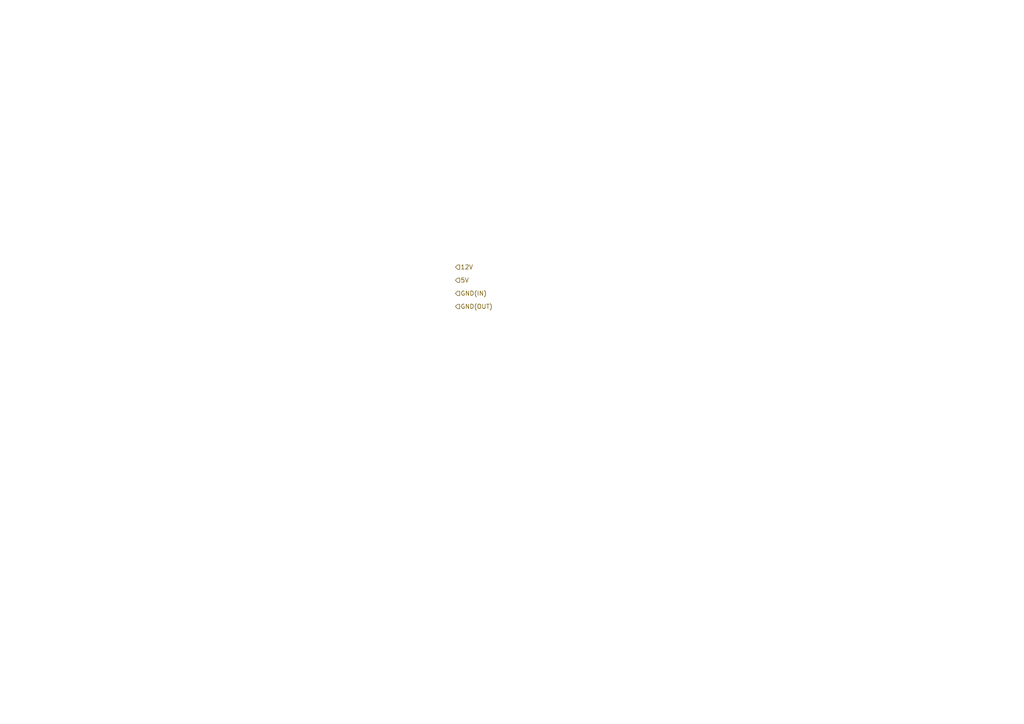
<source format=kicad_sch>
(kicad_sch
	(version 20250114)
	(generator "eeschema")
	(generator_version "9.0")
	(uuid "7cba8ed3-1db3-4ef0-b292-f145ba30a122")
	(paper "A4")
	(lib_symbols)
	(hierarchical_label "12V"
		(shape input)
		(at 132.08 77.47 0)
		(effects
			(font
				(size 1.27 1.27)
			)
			(justify left)
		)
		(uuid "2b942a93-c096-468e-9aef-8c434932f055")
	)
	(hierarchical_label "GND(IN)"
		(shape input)
		(at 132.08 85.09 0)
		(effects
			(font
				(size 1.27 1.27)
			)
			(justify left)
		)
		(uuid "8e669025-9761-451a-8f01-72964899df34")
	)
	(hierarchical_label "GND(OUT)"
		(shape input)
		(at 132.08 88.9 0)
		(effects
			(font
				(size 1.27 1.27)
			)
			(justify left)
		)
		(uuid "e2b24c20-151a-42fa-9bc5-00c8f9ce037c")
	)
	(hierarchical_label "5V"
		(shape input)
		(at 132.08 81.28 0)
		(effects
			(font
				(size 1.27 1.27)
			)
			(justify left)
		)
		(uuid "f56cb3bb-c326-41f3-83ac-9b63580e402f")
	)
)

</source>
